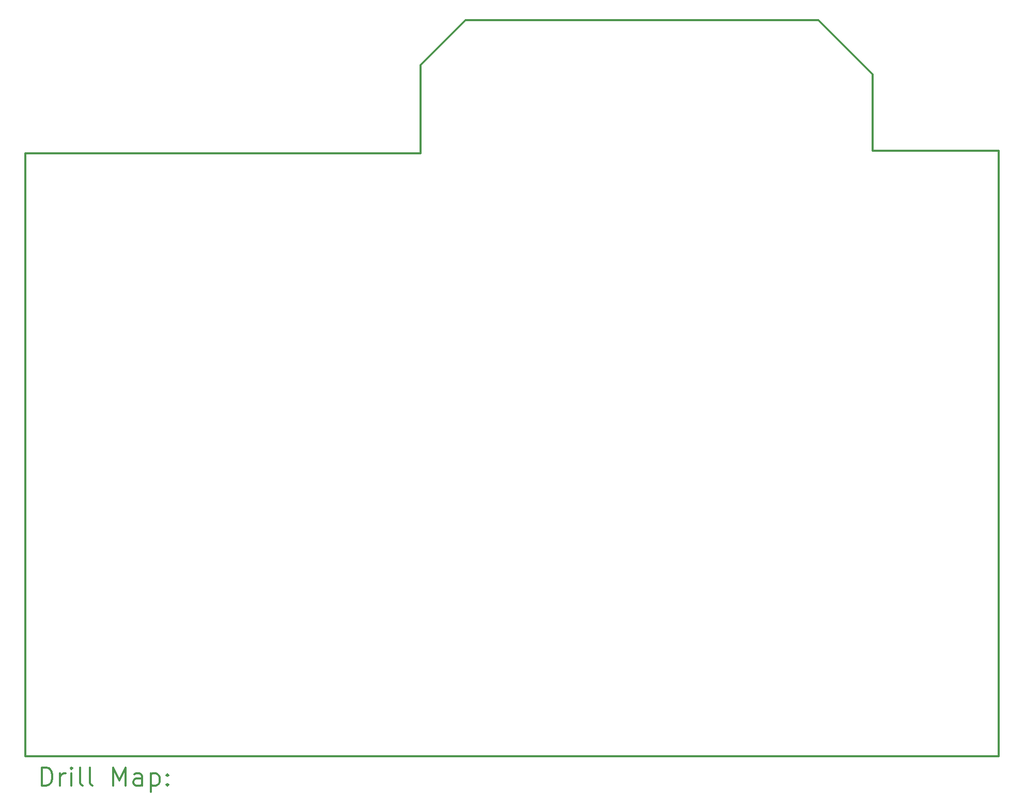
<source format=gbr>
%FSLAX45Y45*%
G04 Gerber Fmt 4.5, Leading zero omitted, Abs format (unit mm)*
G04 Created by KiCad (PCBNEW (5.1.6)-1) date 2021-07-15 17:16:27*
%MOMM*%
%LPD*%
G01*
G04 APERTURE LIST*
%TA.AperFunction,Profile*%
%ADD10C,0.300000*%
%TD*%
%ADD11C,0.200000*%
%ADD12C,0.300000*%
G04 APERTURE END LIST*
D10*
X6363462Y-15400782D02*
X22314916Y-15400782D01*
X6363462Y-5508244D02*
X6363462Y-15400782D01*
X12841224Y-5508244D02*
X6363462Y-5508244D01*
X12841224Y-4062984D02*
X12841224Y-5508244D01*
X13578586Y-3325622D02*
X12841224Y-4062984D01*
X19359880Y-3325622D02*
X13578586Y-3325622D01*
X20247356Y-4213098D02*
X19359880Y-3325622D01*
X20247356Y-5464302D02*
X20247356Y-4213098D01*
X22314916Y-5464302D02*
X20247356Y-5464302D01*
X22314916Y-15400782D02*
X22314916Y-5464302D01*
D11*
D12*
X6634890Y-15881496D02*
X6634890Y-15581496D01*
X6706319Y-15581496D01*
X6749176Y-15595782D01*
X6777748Y-15624353D01*
X6792033Y-15652925D01*
X6806319Y-15710068D01*
X6806319Y-15752925D01*
X6792033Y-15810068D01*
X6777748Y-15838639D01*
X6749176Y-15867211D01*
X6706319Y-15881496D01*
X6634890Y-15881496D01*
X6934890Y-15881496D02*
X6934890Y-15681496D01*
X6934890Y-15738639D02*
X6949176Y-15710068D01*
X6963462Y-15695782D01*
X6992033Y-15681496D01*
X7020605Y-15681496D01*
X7120605Y-15881496D02*
X7120605Y-15681496D01*
X7120605Y-15581496D02*
X7106319Y-15595782D01*
X7120605Y-15610068D01*
X7134890Y-15595782D01*
X7120605Y-15581496D01*
X7120605Y-15610068D01*
X7306319Y-15881496D02*
X7277748Y-15867211D01*
X7263462Y-15838639D01*
X7263462Y-15581496D01*
X7463462Y-15881496D02*
X7434890Y-15867211D01*
X7420605Y-15838639D01*
X7420605Y-15581496D01*
X7806319Y-15881496D02*
X7806319Y-15581496D01*
X7906319Y-15795782D01*
X8006319Y-15581496D01*
X8006319Y-15881496D01*
X8277748Y-15881496D02*
X8277748Y-15724353D01*
X8263462Y-15695782D01*
X8234890Y-15681496D01*
X8177748Y-15681496D01*
X8149176Y-15695782D01*
X8277748Y-15867211D02*
X8249176Y-15881496D01*
X8177748Y-15881496D01*
X8149176Y-15867211D01*
X8134890Y-15838639D01*
X8134890Y-15810068D01*
X8149176Y-15781496D01*
X8177748Y-15767211D01*
X8249176Y-15767211D01*
X8277748Y-15752925D01*
X8420605Y-15681496D02*
X8420605Y-15981496D01*
X8420605Y-15695782D02*
X8449176Y-15681496D01*
X8506319Y-15681496D01*
X8534890Y-15695782D01*
X8549176Y-15710068D01*
X8563462Y-15738639D01*
X8563462Y-15824353D01*
X8549176Y-15852925D01*
X8534890Y-15867211D01*
X8506319Y-15881496D01*
X8449176Y-15881496D01*
X8420605Y-15867211D01*
X8692033Y-15852925D02*
X8706319Y-15867211D01*
X8692033Y-15881496D01*
X8677748Y-15867211D01*
X8692033Y-15852925D01*
X8692033Y-15881496D01*
X8692033Y-15695782D02*
X8706319Y-15710068D01*
X8692033Y-15724353D01*
X8677748Y-15710068D01*
X8692033Y-15695782D01*
X8692033Y-15724353D01*
M02*

</source>
